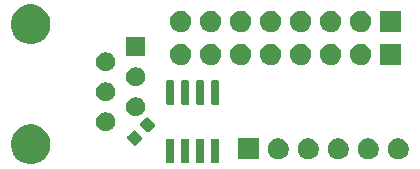
<source format=gbr>
G04 #@! TF.GenerationSoftware,KiCad,Pcbnew,(5.1.5)-3*
G04 #@! TF.CreationDate,2020-07-22T19:36:44+10:00*
G04 #@! TF.ProjectId,USART_BoSL_Bus,55534152-545f-4426-9f53-4c5f4275732e,rev?*
G04 #@! TF.SameCoordinates,Original*
G04 #@! TF.FileFunction,Soldermask,Bot*
G04 #@! TF.FilePolarity,Negative*
%FSLAX46Y46*%
G04 Gerber Fmt 4.6, Leading zero omitted, Abs format (unit mm)*
G04 Created by KiCad (PCBNEW (5.1.5)-3) date 2020-07-22 19:36:44*
%MOMM*%
%LPD*%
G04 APERTURE LIST*
%ADD10C,0.150000*%
G04 APERTURE END LIST*
D10*
G36*
X114372971Y-124716204D02*
G01*
X114534871Y-124748408D01*
X114839883Y-124874748D01*
X115114387Y-125058166D01*
X115347834Y-125291613D01*
X115531252Y-125566117D01*
X115657592Y-125871129D01*
X115722000Y-126194928D01*
X115722000Y-126525072D01*
X115657592Y-126848871D01*
X115531252Y-127153883D01*
X115347834Y-127428387D01*
X115114387Y-127661834D01*
X114839883Y-127845252D01*
X114534871Y-127971592D01*
X114211073Y-128036000D01*
X113880927Y-128036000D01*
X113557129Y-127971592D01*
X113252117Y-127845252D01*
X112977613Y-127661834D01*
X112744166Y-127428387D01*
X112560748Y-127153883D01*
X112434408Y-126848871D01*
X112370000Y-126525072D01*
X112370000Y-126194928D01*
X112434408Y-125871129D01*
X112560748Y-125566117D01*
X112744166Y-125291613D01*
X112977613Y-125058166D01*
X113252117Y-124874748D01*
X113557129Y-124748408D01*
X113719029Y-124716204D01*
X113880927Y-124684000D01*
X114211073Y-124684000D01*
X114372971Y-124716204D01*
G37*
G36*
X129926928Y-125911764D02*
G01*
X129948009Y-125918160D01*
X129967445Y-125928548D01*
X129984476Y-125942524D01*
X129998452Y-125959555D01*
X130008840Y-125978991D01*
X130015236Y-126000072D01*
X130018000Y-126028140D01*
X130018000Y-127841860D01*
X130015236Y-127869928D01*
X130008840Y-127891009D01*
X129998452Y-127910445D01*
X129984476Y-127927476D01*
X129967445Y-127941452D01*
X129948009Y-127951840D01*
X129926928Y-127958236D01*
X129898860Y-127961000D01*
X129435140Y-127961000D01*
X129407072Y-127958236D01*
X129385991Y-127951840D01*
X129366555Y-127941452D01*
X129349524Y-127927476D01*
X129335548Y-127910445D01*
X129325160Y-127891009D01*
X129318764Y-127869928D01*
X129316000Y-127841860D01*
X129316000Y-126028140D01*
X129318764Y-126000072D01*
X129325160Y-125978991D01*
X129335548Y-125959555D01*
X129349524Y-125942524D01*
X129366555Y-125928548D01*
X129385991Y-125918160D01*
X129407072Y-125911764D01*
X129435140Y-125909000D01*
X129898860Y-125909000D01*
X129926928Y-125911764D01*
G37*
G36*
X126116928Y-125911764D02*
G01*
X126138009Y-125918160D01*
X126157445Y-125928548D01*
X126174476Y-125942524D01*
X126188452Y-125959555D01*
X126198840Y-125978991D01*
X126205236Y-126000072D01*
X126208000Y-126028140D01*
X126208000Y-127841860D01*
X126205236Y-127869928D01*
X126198840Y-127891009D01*
X126188452Y-127910445D01*
X126174476Y-127927476D01*
X126157445Y-127941452D01*
X126138009Y-127951840D01*
X126116928Y-127958236D01*
X126088860Y-127961000D01*
X125625140Y-127961000D01*
X125597072Y-127958236D01*
X125575991Y-127951840D01*
X125556555Y-127941452D01*
X125539524Y-127927476D01*
X125525548Y-127910445D01*
X125515160Y-127891009D01*
X125508764Y-127869928D01*
X125506000Y-127841860D01*
X125506000Y-126028140D01*
X125508764Y-126000072D01*
X125515160Y-125978991D01*
X125525548Y-125959555D01*
X125539524Y-125942524D01*
X125556555Y-125928548D01*
X125575991Y-125918160D01*
X125597072Y-125911764D01*
X125625140Y-125909000D01*
X126088860Y-125909000D01*
X126116928Y-125911764D01*
G37*
G36*
X128656928Y-125911764D02*
G01*
X128678009Y-125918160D01*
X128697445Y-125928548D01*
X128714476Y-125942524D01*
X128728452Y-125959555D01*
X128738840Y-125978991D01*
X128745236Y-126000072D01*
X128748000Y-126028140D01*
X128748000Y-127841860D01*
X128745236Y-127869928D01*
X128738840Y-127891009D01*
X128728452Y-127910445D01*
X128714476Y-127927476D01*
X128697445Y-127941452D01*
X128678009Y-127951840D01*
X128656928Y-127958236D01*
X128628860Y-127961000D01*
X128165140Y-127961000D01*
X128137072Y-127958236D01*
X128115991Y-127951840D01*
X128096555Y-127941452D01*
X128079524Y-127927476D01*
X128065548Y-127910445D01*
X128055160Y-127891009D01*
X128048764Y-127869928D01*
X128046000Y-127841860D01*
X128046000Y-126028140D01*
X128048764Y-126000072D01*
X128055160Y-125978991D01*
X128065548Y-125959555D01*
X128079524Y-125942524D01*
X128096555Y-125928548D01*
X128115991Y-125918160D01*
X128137072Y-125911764D01*
X128165140Y-125909000D01*
X128628860Y-125909000D01*
X128656928Y-125911764D01*
G37*
G36*
X127386928Y-125911764D02*
G01*
X127408009Y-125918160D01*
X127427445Y-125928548D01*
X127444476Y-125942524D01*
X127458452Y-125959555D01*
X127468840Y-125978991D01*
X127475236Y-126000072D01*
X127478000Y-126028140D01*
X127478000Y-127841860D01*
X127475236Y-127869928D01*
X127468840Y-127891009D01*
X127458452Y-127910445D01*
X127444476Y-127927476D01*
X127427445Y-127941452D01*
X127408009Y-127951840D01*
X127386928Y-127958236D01*
X127358860Y-127961000D01*
X126895140Y-127961000D01*
X126867072Y-127958236D01*
X126845991Y-127951840D01*
X126826555Y-127941452D01*
X126809524Y-127927476D01*
X126795548Y-127910445D01*
X126785160Y-127891009D01*
X126778764Y-127869928D01*
X126776000Y-127841860D01*
X126776000Y-126028140D01*
X126778764Y-126000072D01*
X126785160Y-125978991D01*
X126795548Y-125959555D01*
X126809524Y-125942524D01*
X126826555Y-125928548D01*
X126845991Y-125918160D01*
X126867072Y-125911764D01*
X126895140Y-125909000D01*
X127358860Y-125909000D01*
X127386928Y-125911764D01*
G37*
G36*
X137648986Y-125848828D02*
G01*
X137803812Y-125879624D01*
X137967784Y-125947544D01*
X138115354Y-126046147D01*
X138240853Y-126171646D01*
X138339456Y-126319216D01*
X138407376Y-126483188D01*
X138437073Y-126632488D01*
X138442000Y-126657258D01*
X138442000Y-126834742D01*
X138437073Y-126859512D01*
X138407376Y-127008812D01*
X138339456Y-127172784D01*
X138240853Y-127320354D01*
X138115354Y-127445853D01*
X137967784Y-127544456D01*
X137803812Y-127612376D01*
X137654512Y-127642073D01*
X137629742Y-127647000D01*
X137452258Y-127647000D01*
X137427488Y-127642073D01*
X137278188Y-127612376D01*
X137114216Y-127544456D01*
X136966646Y-127445853D01*
X136841147Y-127320354D01*
X136742544Y-127172784D01*
X136674624Y-127008812D01*
X136644927Y-126859512D01*
X136640000Y-126834742D01*
X136640000Y-126657258D01*
X136644927Y-126632488D01*
X136674624Y-126483188D01*
X136742544Y-126319216D01*
X136841147Y-126171646D01*
X136966646Y-126046147D01*
X137114216Y-125947544D01*
X137278188Y-125879624D01*
X137433014Y-125848828D01*
X137452258Y-125845000D01*
X137629742Y-125845000D01*
X137648986Y-125848828D01*
G37*
G36*
X145268986Y-125848828D02*
G01*
X145423812Y-125879624D01*
X145587784Y-125947544D01*
X145735354Y-126046147D01*
X145860853Y-126171646D01*
X145959456Y-126319216D01*
X146027376Y-126483188D01*
X146057073Y-126632488D01*
X146062000Y-126657258D01*
X146062000Y-126834742D01*
X146057073Y-126859512D01*
X146027376Y-127008812D01*
X145959456Y-127172784D01*
X145860853Y-127320354D01*
X145735354Y-127445853D01*
X145587784Y-127544456D01*
X145423812Y-127612376D01*
X145274512Y-127642073D01*
X145249742Y-127647000D01*
X145072258Y-127647000D01*
X145047488Y-127642073D01*
X144898188Y-127612376D01*
X144734216Y-127544456D01*
X144586646Y-127445853D01*
X144461147Y-127320354D01*
X144362544Y-127172784D01*
X144294624Y-127008812D01*
X144264927Y-126859512D01*
X144260000Y-126834742D01*
X144260000Y-126657258D01*
X144264927Y-126632488D01*
X144294624Y-126483188D01*
X144362544Y-126319216D01*
X144461147Y-126171646D01*
X144586646Y-126046147D01*
X144734216Y-125947544D01*
X144898188Y-125879624D01*
X145053014Y-125848828D01*
X145072258Y-125845000D01*
X145249742Y-125845000D01*
X145268986Y-125848828D01*
G37*
G36*
X142728986Y-125848828D02*
G01*
X142883812Y-125879624D01*
X143047784Y-125947544D01*
X143195354Y-126046147D01*
X143320853Y-126171646D01*
X143419456Y-126319216D01*
X143487376Y-126483188D01*
X143517073Y-126632488D01*
X143522000Y-126657258D01*
X143522000Y-126834742D01*
X143517073Y-126859512D01*
X143487376Y-127008812D01*
X143419456Y-127172784D01*
X143320853Y-127320354D01*
X143195354Y-127445853D01*
X143047784Y-127544456D01*
X142883812Y-127612376D01*
X142734512Y-127642073D01*
X142709742Y-127647000D01*
X142532258Y-127647000D01*
X142507488Y-127642073D01*
X142358188Y-127612376D01*
X142194216Y-127544456D01*
X142046646Y-127445853D01*
X141921147Y-127320354D01*
X141822544Y-127172784D01*
X141754624Y-127008812D01*
X141724927Y-126859512D01*
X141720000Y-126834742D01*
X141720000Y-126657258D01*
X141724927Y-126632488D01*
X141754624Y-126483188D01*
X141822544Y-126319216D01*
X141921147Y-126171646D01*
X142046646Y-126046147D01*
X142194216Y-125947544D01*
X142358188Y-125879624D01*
X142513014Y-125848828D01*
X142532258Y-125845000D01*
X142709742Y-125845000D01*
X142728986Y-125848828D01*
G37*
G36*
X133362000Y-127647000D02*
G01*
X131560000Y-127647000D01*
X131560000Y-125845000D01*
X133362000Y-125845000D01*
X133362000Y-127647000D01*
G37*
G36*
X135108986Y-125848828D02*
G01*
X135263812Y-125879624D01*
X135427784Y-125947544D01*
X135575354Y-126046147D01*
X135700853Y-126171646D01*
X135799456Y-126319216D01*
X135867376Y-126483188D01*
X135897073Y-126632488D01*
X135902000Y-126657258D01*
X135902000Y-126834742D01*
X135897073Y-126859512D01*
X135867376Y-127008812D01*
X135799456Y-127172784D01*
X135700853Y-127320354D01*
X135575354Y-127445853D01*
X135427784Y-127544456D01*
X135263812Y-127612376D01*
X135114512Y-127642073D01*
X135089742Y-127647000D01*
X134912258Y-127647000D01*
X134887488Y-127642073D01*
X134738188Y-127612376D01*
X134574216Y-127544456D01*
X134426646Y-127445853D01*
X134301147Y-127320354D01*
X134202544Y-127172784D01*
X134134624Y-127008812D01*
X134104927Y-126859512D01*
X134100000Y-126834742D01*
X134100000Y-126657258D01*
X134104927Y-126632488D01*
X134134624Y-126483188D01*
X134202544Y-126319216D01*
X134301147Y-126171646D01*
X134426646Y-126046147D01*
X134574216Y-125947544D01*
X134738188Y-125879624D01*
X134893014Y-125848828D01*
X134912258Y-125845000D01*
X135089742Y-125845000D01*
X135108986Y-125848828D01*
G37*
G36*
X140188986Y-125848828D02*
G01*
X140343812Y-125879624D01*
X140507784Y-125947544D01*
X140655354Y-126046147D01*
X140780853Y-126171646D01*
X140879456Y-126319216D01*
X140947376Y-126483188D01*
X140977073Y-126632488D01*
X140982000Y-126657258D01*
X140982000Y-126834742D01*
X140977073Y-126859512D01*
X140947376Y-127008812D01*
X140879456Y-127172784D01*
X140780853Y-127320354D01*
X140655354Y-127445853D01*
X140507784Y-127544456D01*
X140343812Y-127612376D01*
X140194512Y-127642073D01*
X140169742Y-127647000D01*
X139992258Y-127647000D01*
X139967488Y-127642073D01*
X139818188Y-127612376D01*
X139654216Y-127544456D01*
X139506646Y-127445853D01*
X139381147Y-127320354D01*
X139282544Y-127172784D01*
X139214624Y-127008812D01*
X139184927Y-126859512D01*
X139180000Y-126834742D01*
X139180000Y-126657258D01*
X139184927Y-126632488D01*
X139214624Y-126483188D01*
X139282544Y-126319216D01*
X139381147Y-126171646D01*
X139506646Y-126046147D01*
X139654216Y-125947544D01*
X139818188Y-125879624D01*
X139973014Y-125848828D01*
X139992258Y-125845000D01*
X140169742Y-125845000D01*
X140188986Y-125848828D01*
G37*
G36*
X122847130Y-125189702D02*
G01*
X122881108Y-125200010D01*
X122912429Y-125216751D01*
X122944643Y-125243189D01*
X122984494Y-125283040D01*
X122984500Y-125283045D01*
X123382955Y-125681500D01*
X123382960Y-125681506D01*
X123422811Y-125721357D01*
X123449249Y-125753571D01*
X123465990Y-125784892D01*
X123476298Y-125818870D01*
X123479778Y-125854211D01*
X123476298Y-125889552D01*
X123465990Y-125923530D01*
X123449249Y-125954851D01*
X123422811Y-125987065D01*
X123382960Y-126026916D01*
X123382955Y-126026922D01*
X123037534Y-126372343D01*
X123037528Y-126372348D01*
X122997677Y-126412199D01*
X122965463Y-126438637D01*
X122934142Y-126455378D01*
X122900164Y-126465686D01*
X122864823Y-126469166D01*
X122829482Y-126465686D01*
X122795504Y-126455378D01*
X122764183Y-126438637D01*
X122731969Y-126412199D01*
X122692118Y-126372348D01*
X122692112Y-126372343D01*
X122293657Y-125973888D01*
X122293652Y-125973882D01*
X122253801Y-125934031D01*
X122227363Y-125901817D01*
X122210622Y-125870496D01*
X122200314Y-125836518D01*
X122196834Y-125801177D01*
X122200314Y-125765836D01*
X122210622Y-125731858D01*
X122227363Y-125700537D01*
X122253801Y-125668323D01*
X122293652Y-125628472D01*
X122293657Y-125628466D01*
X122639078Y-125283045D01*
X122639084Y-125283040D01*
X122678935Y-125243189D01*
X122711149Y-125216751D01*
X122742470Y-125200010D01*
X122776448Y-125189702D01*
X122811789Y-125186222D01*
X122847130Y-125189702D01*
G37*
G36*
X123960824Y-124076008D02*
G01*
X123994802Y-124086316D01*
X124026123Y-124103057D01*
X124058337Y-124129495D01*
X124098188Y-124169346D01*
X124098194Y-124169351D01*
X124496649Y-124567806D01*
X124496654Y-124567812D01*
X124536505Y-124607663D01*
X124562943Y-124639877D01*
X124579684Y-124671198D01*
X124589992Y-124705176D01*
X124593472Y-124740517D01*
X124589992Y-124775858D01*
X124579684Y-124809836D01*
X124562943Y-124841157D01*
X124536505Y-124873371D01*
X124496654Y-124913222D01*
X124496649Y-124913228D01*
X124151228Y-125258649D01*
X124151222Y-125258654D01*
X124111371Y-125298505D01*
X124079157Y-125324943D01*
X124047836Y-125341684D01*
X124013858Y-125351992D01*
X123978517Y-125355472D01*
X123943176Y-125351992D01*
X123909198Y-125341684D01*
X123877877Y-125324943D01*
X123845663Y-125298505D01*
X123805812Y-125258654D01*
X123805806Y-125258649D01*
X123407351Y-124860194D01*
X123407346Y-124860188D01*
X123367495Y-124820337D01*
X123341057Y-124788123D01*
X123324316Y-124756802D01*
X123314008Y-124722824D01*
X123310528Y-124687483D01*
X123314008Y-124652142D01*
X123324316Y-124618164D01*
X123341057Y-124586843D01*
X123367495Y-124554629D01*
X123407346Y-124514778D01*
X123407351Y-124514772D01*
X123752772Y-124169351D01*
X123752778Y-124169346D01*
X123792629Y-124129495D01*
X123824843Y-124103057D01*
X123856164Y-124086316D01*
X123890142Y-124076008D01*
X123925483Y-124072528D01*
X123960824Y-124076008D01*
G37*
G36*
X120632560Y-123680166D02*
G01*
X120780153Y-123741301D01*
X120912982Y-123830055D01*
X121025945Y-123943018D01*
X121064688Y-124001000D01*
X121114700Y-124075849D01*
X121175834Y-124223440D01*
X121207000Y-124380122D01*
X121207000Y-124539878D01*
X121204066Y-124554629D01*
X121175834Y-124696560D01*
X121114699Y-124844153D01*
X121025945Y-124976982D01*
X120912982Y-125089945D01*
X120780153Y-125178699D01*
X120780152Y-125178700D01*
X120780151Y-125178700D01*
X120632560Y-125239834D01*
X120475878Y-125271000D01*
X120316122Y-125271000D01*
X120159440Y-125239834D01*
X120011849Y-125178700D01*
X120011848Y-125178700D01*
X120011847Y-125178699D01*
X119879018Y-125089945D01*
X119766055Y-124976982D01*
X119677301Y-124844153D01*
X119616166Y-124696560D01*
X119587934Y-124554629D01*
X119585000Y-124539878D01*
X119585000Y-124380122D01*
X119616166Y-124223440D01*
X119677300Y-124075849D01*
X119727313Y-124001000D01*
X119766055Y-123943018D01*
X119879018Y-123830055D01*
X120011847Y-123741301D01*
X120159440Y-123680166D01*
X120316122Y-123649000D01*
X120475878Y-123649000D01*
X120632560Y-123680166D01*
G37*
G36*
X123172560Y-122410166D02*
G01*
X123320153Y-122471301D01*
X123452982Y-122560055D01*
X123565945Y-122673018D01*
X123654699Y-122805847D01*
X123715834Y-122953440D01*
X123747000Y-123110123D01*
X123747000Y-123269877D01*
X123715834Y-123426560D01*
X123654699Y-123574153D01*
X123565945Y-123706982D01*
X123452982Y-123819945D01*
X123320153Y-123908699D01*
X123320152Y-123908700D01*
X123320151Y-123908700D01*
X123172560Y-123969834D01*
X123015878Y-124001000D01*
X122856122Y-124001000D01*
X122699440Y-123969834D01*
X122551849Y-123908700D01*
X122551848Y-123908700D01*
X122551847Y-123908699D01*
X122419018Y-123819945D01*
X122306055Y-123706982D01*
X122217301Y-123574153D01*
X122156166Y-123426560D01*
X122125000Y-123269877D01*
X122125000Y-123110123D01*
X122156166Y-122953440D01*
X122217301Y-122805847D01*
X122306055Y-122673018D01*
X122419018Y-122560055D01*
X122551847Y-122471301D01*
X122699440Y-122410166D01*
X122856122Y-122379000D01*
X123015878Y-122379000D01*
X123172560Y-122410166D01*
G37*
G36*
X127386928Y-120961764D02*
G01*
X127408009Y-120968160D01*
X127427445Y-120978548D01*
X127444476Y-120992524D01*
X127458452Y-121009555D01*
X127468840Y-121028991D01*
X127475236Y-121050072D01*
X127478000Y-121078140D01*
X127478000Y-122891860D01*
X127475236Y-122919928D01*
X127468840Y-122941009D01*
X127458452Y-122960445D01*
X127444476Y-122977476D01*
X127427445Y-122991452D01*
X127408009Y-123001840D01*
X127386928Y-123008236D01*
X127358860Y-123011000D01*
X126895140Y-123011000D01*
X126867072Y-123008236D01*
X126845991Y-123001840D01*
X126826555Y-122991452D01*
X126809524Y-122977476D01*
X126795548Y-122960445D01*
X126785160Y-122941009D01*
X126778764Y-122919928D01*
X126776000Y-122891860D01*
X126776000Y-121078140D01*
X126778764Y-121050072D01*
X126785160Y-121028991D01*
X126795548Y-121009555D01*
X126809524Y-120992524D01*
X126826555Y-120978548D01*
X126845991Y-120968160D01*
X126867072Y-120961764D01*
X126895140Y-120959000D01*
X127358860Y-120959000D01*
X127386928Y-120961764D01*
G37*
G36*
X126116928Y-120961764D02*
G01*
X126138009Y-120968160D01*
X126157445Y-120978548D01*
X126174476Y-120992524D01*
X126188452Y-121009555D01*
X126198840Y-121028991D01*
X126205236Y-121050072D01*
X126208000Y-121078140D01*
X126208000Y-122891860D01*
X126205236Y-122919928D01*
X126198840Y-122941009D01*
X126188452Y-122960445D01*
X126174476Y-122977476D01*
X126157445Y-122991452D01*
X126138009Y-123001840D01*
X126116928Y-123008236D01*
X126088860Y-123011000D01*
X125625140Y-123011000D01*
X125597072Y-123008236D01*
X125575991Y-123001840D01*
X125556555Y-122991452D01*
X125539524Y-122977476D01*
X125525548Y-122960445D01*
X125515160Y-122941009D01*
X125508764Y-122919928D01*
X125506000Y-122891860D01*
X125506000Y-121078140D01*
X125508764Y-121050072D01*
X125515160Y-121028991D01*
X125525548Y-121009555D01*
X125539524Y-120992524D01*
X125556555Y-120978548D01*
X125575991Y-120968160D01*
X125597072Y-120961764D01*
X125625140Y-120959000D01*
X126088860Y-120959000D01*
X126116928Y-120961764D01*
G37*
G36*
X128656928Y-120961764D02*
G01*
X128678009Y-120968160D01*
X128697445Y-120978548D01*
X128714476Y-120992524D01*
X128728452Y-121009555D01*
X128738840Y-121028991D01*
X128745236Y-121050072D01*
X128748000Y-121078140D01*
X128748000Y-122891860D01*
X128745236Y-122919928D01*
X128738840Y-122941009D01*
X128728452Y-122960445D01*
X128714476Y-122977476D01*
X128697445Y-122991452D01*
X128678009Y-123001840D01*
X128656928Y-123008236D01*
X128628860Y-123011000D01*
X128165140Y-123011000D01*
X128137072Y-123008236D01*
X128115991Y-123001840D01*
X128096555Y-122991452D01*
X128079524Y-122977476D01*
X128065548Y-122960445D01*
X128055160Y-122941009D01*
X128048764Y-122919928D01*
X128046000Y-122891860D01*
X128046000Y-121078140D01*
X128048764Y-121050072D01*
X128055160Y-121028991D01*
X128065548Y-121009555D01*
X128079524Y-120992524D01*
X128096555Y-120978548D01*
X128115991Y-120968160D01*
X128137072Y-120961764D01*
X128165140Y-120959000D01*
X128628860Y-120959000D01*
X128656928Y-120961764D01*
G37*
G36*
X129926928Y-120961764D02*
G01*
X129948009Y-120968160D01*
X129967445Y-120978548D01*
X129984476Y-120992524D01*
X129998452Y-121009555D01*
X130008840Y-121028991D01*
X130015236Y-121050072D01*
X130018000Y-121078140D01*
X130018000Y-122891860D01*
X130015236Y-122919928D01*
X130008840Y-122941009D01*
X129998452Y-122960445D01*
X129984476Y-122977476D01*
X129967445Y-122991452D01*
X129948009Y-123001840D01*
X129926928Y-123008236D01*
X129898860Y-123011000D01*
X129435140Y-123011000D01*
X129407072Y-123008236D01*
X129385991Y-123001840D01*
X129366555Y-122991452D01*
X129349524Y-122977476D01*
X129335548Y-122960445D01*
X129325160Y-122941009D01*
X129318764Y-122919928D01*
X129316000Y-122891860D01*
X129316000Y-121078140D01*
X129318764Y-121050072D01*
X129325160Y-121028991D01*
X129335548Y-121009555D01*
X129349524Y-120992524D01*
X129366555Y-120978548D01*
X129385991Y-120968160D01*
X129407072Y-120961764D01*
X129435140Y-120959000D01*
X129898860Y-120959000D01*
X129926928Y-120961764D01*
G37*
G36*
X120604075Y-121134500D02*
G01*
X120632560Y-121140166D01*
X120780153Y-121201301D01*
X120912982Y-121290055D01*
X121025945Y-121403018D01*
X121114699Y-121535847D01*
X121175834Y-121683440D01*
X121207000Y-121840123D01*
X121207000Y-121999877D01*
X121175834Y-122156560D01*
X121114699Y-122304153D01*
X121025945Y-122436982D01*
X120912982Y-122549945D01*
X120780153Y-122638699D01*
X120780152Y-122638700D01*
X120780151Y-122638700D01*
X120632560Y-122699834D01*
X120475878Y-122731000D01*
X120316122Y-122731000D01*
X120159440Y-122699834D01*
X120011849Y-122638700D01*
X120011848Y-122638700D01*
X120011847Y-122638699D01*
X119879018Y-122549945D01*
X119766055Y-122436982D01*
X119677301Y-122304153D01*
X119616166Y-122156560D01*
X119585000Y-121999877D01*
X119585000Y-121840123D01*
X119616166Y-121683440D01*
X119677301Y-121535847D01*
X119766055Y-121403018D01*
X119879018Y-121290055D01*
X120011847Y-121201301D01*
X120159440Y-121140166D01*
X120187925Y-121134500D01*
X120316122Y-121109000D01*
X120475878Y-121109000D01*
X120604075Y-121134500D01*
G37*
G36*
X123172560Y-119870166D02*
G01*
X123320153Y-119931301D01*
X123452982Y-120020055D01*
X123565945Y-120133018D01*
X123604688Y-120191000D01*
X123654700Y-120265849D01*
X123715834Y-120413440D01*
X123747000Y-120570122D01*
X123747000Y-120729878D01*
X123715834Y-120886560D01*
X123684684Y-120961764D01*
X123654699Y-121034153D01*
X123565945Y-121166982D01*
X123452982Y-121279945D01*
X123320153Y-121368699D01*
X123320152Y-121368700D01*
X123320151Y-121368700D01*
X123172560Y-121429834D01*
X123015878Y-121461000D01*
X122856122Y-121461000D01*
X122699440Y-121429834D01*
X122551849Y-121368700D01*
X122551848Y-121368700D01*
X122551847Y-121368699D01*
X122419018Y-121279945D01*
X122306055Y-121166982D01*
X122217301Y-121034153D01*
X122187317Y-120961764D01*
X122156166Y-120886560D01*
X122125000Y-120729878D01*
X122125000Y-120570122D01*
X122156166Y-120413440D01*
X122217300Y-120265849D01*
X122267313Y-120191000D01*
X122306055Y-120133018D01*
X122419018Y-120020055D01*
X122551847Y-119931301D01*
X122699440Y-119870166D01*
X122856122Y-119839000D01*
X123015878Y-119839000D01*
X123172560Y-119870166D01*
G37*
G36*
X120632560Y-118600166D02*
G01*
X120780153Y-118661301D01*
X120912982Y-118750055D01*
X121025945Y-118863018D01*
X121114699Y-118995847D01*
X121175834Y-119143440D01*
X121207000Y-119300123D01*
X121207000Y-119459877D01*
X121175834Y-119616560D01*
X121114699Y-119764153D01*
X121025945Y-119896982D01*
X120912982Y-120009945D01*
X120780153Y-120098699D01*
X120780152Y-120098700D01*
X120780151Y-120098700D01*
X120632560Y-120159834D01*
X120475878Y-120191000D01*
X120316122Y-120191000D01*
X120159440Y-120159834D01*
X120011849Y-120098700D01*
X120011848Y-120098700D01*
X120011847Y-120098699D01*
X119879018Y-120009945D01*
X119766055Y-119896982D01*
X119677301Y-119764153D01*
X119616166Y-119616560D01*
X119585000Y-119459877D01*
X119585000Y-119300123D01*
X119616166Y-119143440D01*
X119677301Y-118995847D01*
X119766055Y-118863018D01*
X119879018Y-118750055D01*
X120011847Y-118661301D01*
X120159440Y-118600166D01*
X120316122Y-118569000D01*
X120475878Y-118569000D01*
X120632560Y-118600166D01*
G37*
G36*
X139559512Y-117848927D02*
G01*
X139708812Y-117878624D01*
X139872784Y-117946544D01*
X140020354Y-118045147D01*
X140145853Y-118170646D01*
X140244456Y-118318216D01*
X140312376Y-118482188D01*
X140347000Y-118656259D01*
X140347000Y-118833741D01*
X140312376Y-119007812D01*
X140244456Y-119171784D01*
X140145853Y-119319354D01*
X140020354Y-119444853D01*
X139872784Y-119543456D01*
X139708812Y-119611376D01*
X139559512Y-119641073D01*
X139534742Y-119646000D01*
X139357258Y-119646000D01*
X139332488Y-119641073D01*
X139183188Y-119611376D01*
X139019216Y-119543456D01*
X138871646Y-119444853D01*
X138746147Y-119319354D01*
X138647544Y-119171784D01*
X138579624Y-119007812D01*
X138545000Y-118833741D01*
X138545000Y-118656259D01*
X138579624Y-118482188D01*
X138647544Y-118318216D01*
X138746147Y-118170646D01*
X138871646Y-118045147D01*
X139019216Y-117946544D01*
X139183188Y-117878624D01*
X139332488Y-117848927D01*
X139357258Y-117844000D01*
X139534742Y-117844000D01*
X139559512Y-117848927D01*
G37*
G36*
X145427000Y-119646000D02*
G01*
X143625000Y-119646000D01*
X143625000Y-117844000D01*
X145427000Y-117844000D01*
X145427000Y-119646000D01*
G37*
G36*
X142099512Y-117848927D02*
G01*
X142248812Y-117878624D01*
X142412784Y-117946544D01*
X142560354Y-118045147D01*
X142685853Y-118170646D01*
X142784456Y-118318216D01*
X142852376Y-118482188D01*
X142887000Y-118656259D01*
X142887000Y-118833741D01*
X142852376Y-119007812D01*
X142784456Y-119171784D01*
X142685853Y-119319354D01*
X142560354Y-119444853D01*
X142412784Y-119543456D01*
X142248812Y-119611376D01*
X142099512Y-119641073D01*
X142074742Y-119646000D01*
X141897258Y-119646000D01*
X141872488Y-119641073D01*
X141723188Y-119611376D01*
X141559216Y-119543456D01*
X141411646Y-119444853D01*
X141286147Y-119319354D01*
X141187544Y-119171784D01*
X141119624Y-119007812D01*
X141085000Y-118833741D01*
X141085000Y-118656259D01*
X141119624Y-118482188D01*
X141187544Y-118318216D01*
X141286147Y-118170646D01*
X141411646Y-118045147D01*
X141559216Y-117946544D01*
X141723188Y-117878624D01*
X141872488Y-117848927D01*
X141897258Y-117844000D01*
X142074742Y-117844000D01*
X142099512Y-117848927D01*
G37*
G36*
X137019512Y-117848927D02*
G01*
X137168812Y-117878624D01*
X137332784Y-117946544D01*
X137480354Y-118045147D01*
X137605853Y-118170646D01*
X137704456Y-118318216D01*
X137772376Y-118482188D01*
X137807000Y-118656259D01*
X137807000Y-118833741D01*
X137772376Y-119007812D01*
X137704456Y-119171784D01*
X137605853Y-119319354D01*
X137480354Y-119444853D01*
X137332784Y-119543456D01*
X137168812Y-119611376D01*
X137019512Y-119641073D01*
X136994742Y-119646000D01*
X136817258Y-119646000D01*
X136792488Y-119641073D01*
X136643188Y-119611376D01*
X136479216Y-119543456D01*
X136331646Y-119444853D01*
X136206147Y-119319354D01*
X136107544Y-119171784D01*
X136039624Y-119007812D01*
X136005000Y-118833741D01*
X136005000Y-118656259D01*
X136039624Y-118482188D01*
X136107544Y-118318216D01*
X136206147Y-118170646D01*
X136331646Y-118045147D01*
X136479216Y-117946544D01*
X136643188Y-117878624D01*
X136792488Y-117848927D01*
X136817258Y-117844000D01*
X136994742Y-117844000D01*
X137019512Y-117848927D01*
G37*
G36*
X134479512Y-117848927D02*
G01*
X134628812Y-117878624D01*
X134792784Y-117946544D01*
X134940354Y-118045147D01*
X135065853Y-118170646D01*
X135164456Y-118318216D01*
X135232376Y-118482188D01*
X135267000Y-118656259D01*
X135267000Y-118833741D01*
X135232376Y-119007812D01*
X135164456Y-119171784D01*
X135065853Y-119319354D01*
X134940354Y-119444853D01*
X134792784Y-119543456D01*
X134628812Y-119611376D01*
X134479512Y-119641073D01*
X134454742Y-119646000D01*
X134277258Y-119646000D01*
X134252488Y-119641073D01*
X134103188Y-119611376D01*
X133939216Y-119543456D01*
X133791646Y-119444853D01*
X133666147Y-119319354D01*
X133567544Y-119171784D01*
X133499624Y-119007812D01*
X133465000Y-118833741D01*
X133465000Y-118656259D01*
X133499624Y-118482188D01*
X133567544Y-118318216D01*
X133666147Y-118170646D01*
X133791646Y-118045147D01*
X133939216Y-117946544D01*
X134103188Y-117878624D01*
X134252488Y-117848927D01*
X134277258Y-117844000D01*
X134454742Y-117844000D01*
X134479512Y-117848927D01*
G37*
G36*
X131939512Y-117848927D02*
G01*
X132088812Y-117878624D01*
X132252784Y-117946544D01*
X132400354Y-118045147D01*
X132525853Y-118170646D01*
X132624456Y-118318216D01*
X132692376Y-118482188D01*
X132727000Y-118656259D01*
X132727000Y-118833741D01*
X132692376Y-119007812D01*
X132624456Y-119171784D01*
X132525853Y-119319354D01*
X132400354Y-119444853D01*
X132252784Y-119543456D01*
X132088812Y-119611376D01*
X131939512Y-119641073D01*
X131914742Y-119646000D01*
X131737258Y-119646000D01*
X131712488Y-119641073D01*
X131563188Y-119611376D01*
X131399216Y-119543456D01*
X131251646Y-119444853D01*
X131126147Y-119319354D01*
X131027544Y-119171784D01*
X130959624Y-119007812D01*
X130925000Y-118833741D01*
X130925000Y-118656259D01*
X130959624Y-118482188D01*
X131027544Y-118318216D01*
X131126147Y-118170646D01*
X131251646Y-118045147D01*
X131399216Y-117946544D01*
X131563188Y-117878624D01*
X131712488Y-117848927D01*
X131737258Y-117844000D01*
X131914742Y-117844000D01*
X131939512Y-117848927D01*
G37*
G36*
X129399512Y-117848927D02*
G01*
X129548812Y-117878624D01*
X129712784Y-117946544D01*
X129860354Y-118045147D01*
X129985853Y-118170646D01*
X130084456Y-118318216D01*
X130152376Y-118482188D01*
X130187000Y-118656259D01*
X130187000Y-118833741D01*
X130152376Y-119007812D01*
X130084456Y-119171784D01*
X129985853Y-119319354D01*
X129860354Y-119444853D01*
X129712784Y-119543456D01*
X129548812Y-119611376D01*
X129399512Y-119641073D01*
X129374742Y-119646000D01*
X129197258Y-119646000D01*
X129172488Y-119641073D01*
X129023188Y-119611376D01*
X128859216Y-119543456D01*
X128711646Y-119444853D01*
X128586147Y-119319354D01*
X128487544Y-119171784D01*
X128419624Y-119007812D01*
X128385000Y-118833741D01*
X128385000Y-118656259D01*
X128419624Y-118482188D01*
X128487544Y-118318216D01*
X128586147Y-118170646D01*
X128711646Y-118045147D01*
X128859216Y-117946544D01*
X129023188Y-117878624D01*
X129172488Y-117848927D01*
X129197258Y-117844000D01*
X129374742Y-117844000D01*
X129399512Y-117848927D01*
G37*
G36*
X126859512Y-117848927D02*
G01*
X127008812Y-117878624D01*
X127172784Y-117946544D01*
X127320354Y-118045147D01*
X127445853Y-118170646D01*
X127544456Y-118318216D01*
X127612376Y-118482188D01*
X127647000Y-118656259D01*
X127647000Y-118833741D01*
X127612376Y-119007812D01*
X127544456Y-119171784D01*
X127445853Y-119319354D01*
X127320354Y-119444853D01*
X127172784Y-119543456D01*
X127008812Y-119611376D01*
X126859512Y-119641073D01*
X126834742Y-119646000D01*
X126657258Y-119646000D01*
X126632488Y-119641073D01*
X126483188Y-119611376D01*
X126319216Y-119543456D01*
X126171646Y-119444853D01*
X126046147Y-119319354D01*
X125947544Y-119171784D01*
X125879624Y-119007812D01*
X125845000Y-118833741D01*
X125845000Y-118656259D01*
X125879624Y-118482188D01*
X125947544Y-118318216D01*
X126046147Y-118170646D01*
X126171646Y-118045147D01*
X126319216Y-117946544D01*
X126483188Y-117878624D01*
X126632488Y-117848927D01*
X126657258Y-117844000D01*
X126834742Y-117844000D01*
X126859512Y-117848927D01*
G37*
G36*
X123747000Y-118921000D02*
G01*
X122125000Y-118921000D01*
X122125000Y-117299000D01*
X123747000Y-117299000D01*
X123747000Y-118921000D01*
G37*
G36*
X114534871Y-114588408D02*
G01*
X114839883Y-114714748D01*
X115114387Y-114898166D01*
X115347834Y-115131613D01*
X115531252Y-115406117D01*
X115648090Y-115688189D01*
X115657592Y-115711130D01*
X115722000Y-116034927D01*
X115722000Y-116365073D01*
X115690118Y-116525353D01*
X115657592Y-116688871D01*
X115531252Y-116993883D01*
X115347834Y-117268387D01*
X115114387Y-117501834D01*
X114839883Y-117685252D01*
X114534871Y-117811592D01*
X114211073Y-117876000D01*
X113880927Y-117876000D01*
X113557129Y-117811592D01*
X113252117Y-117685252D01*
X112977613Y-117501834D01*
X112744166Y-117268387D01*
X112560748Y-116993883D01*
X112434408Y-116688871D01*
X112401882Y-116525353D01*
X112370000Y-116365073D01*
X112370000Y-116034927D01*
X112434408Y-115711130D01*
X112443910Y-115688189D01*
X112560748Y-115406117D01*
X112744166Y-115131613D01*
X112977613Y-114898166D01*
X113252117Y-114714748D01*
X113557129Y-114588408D01*
X113880927Y-114524000D01*
X114211073Y-114524000D01*
X114534871Y-114588408D01*
G37*
G36*
X129399512Y-115054927D02*
G01*
X129548812Y-115084624D01*
X129712784Y-115152544D01*
X129860354Y-115251147D01*
X129985853Y-115376646D01*
X130084456Y-115524216D01*
X130152376Y-115688188D01*
X130187000Y-115862259D01*
X130187000Y-116039741D01*
X130152376Y-116213812D01*
X130084456Y-116377784D01*
X129985853Y-116525354D01*
X129860354Y-116650853D01*
X129712784Y-116749456D01*
X129548812Y-116817376D01*
X129399512Y-116847073D01*
X129374742Y-116852000D01*
X129197258Y-116852000D01*
X129172488Y-116847073D01*
X129023188Y-116817376D01*
X128859216Y-116749456D01*
X128711646Y-116650853D01*
X128586147Y-116525354D01*
X128487544Y-116377784D01*
X128419624Y-116213812D01*
X128385000Y-116039741D01*
X128385000Y-115862259D01*
X128419624Y-115688188D01*
X128487544Y-115524216D01*
X128586147Y-115376646D01*
X128711646Y-115251147D01*
X128859216Y-115152544D01*
X129023188Y-115084624D01*
X129172488Y-115054927D01*
X129197258Y-115050000D01*
X129374742Y-115050000D01*
X129399512Y-115054927D01*
G37*
G36*
X131939512Y-115054927D02*
G01*
X132088812Y-115084624D01*
X132252784Y-115152544D01*
X132400354Y-115251147D01*
X132525853Y-115376646D01*
X132624456Y-115524216D01*
X132692376Y-115688188D01*
X132727000Y-115862259D01*
X132727000Y-116039741D01*
X132692376Y-116213812D01*
X132624456Y-116377784D01*
X132525853Y-116525354D01*
X132400354Y-116650853D01*
X132252784Y-116749456D01*
X132088812Y-116817376D01*
X131939512Y-116847073D01*
X131914742Y-116852000D01*
X131737258Y-116852000D01*
X131712488Y-116847073D01*
X131563188Y-116817376D01*
X131399216Y-116749456D01*
X131251646Y-116650853D01*
X131126147Y-116525354D01*
X131027544Y-116377784D01*
X130959624Y-116213812D01*
X130925000Y-116039741D01*
X130925000Y-115862259D01*
X130959624Y-115688188D01*
X131027544Y-115524216D01*
X131126147Y-115376646D01*
X131251646Y-115251147D01*
X131399216Y-115152544D01*
X131563188Y-115084624D01*
X131712488Y-115054927D01*
X131737258Y-115050000D01*
X131914742Y-115050000D01*
X131939512Y-115054927D01*
G37*
G36*
X134479512Y-115054927D02*
G01*
X134628812Y-115084624D01*
X134792784Y-115152544D01*
X134940354Y-115251147D01*
X135065853Y-115376646D01*
X135164456Y-115524216D01*
X135232376Y-115688188D01*
X135267000Y-115862259D01*
X135267000Y-116039741D01*
X135232376Y-116213812D01*
X135164456Y-116377784D01*
X135065853Y-116525354D01*
X134940354Y-116650853D01*
X134792784Y-116749456D01*
X134628812Y-116817376D01*
X134479512Y-116847073D01*
X134454742Y-116852000D01*
X134277258Y-116852000D01*
X134252488Y-116847073D01*
X134103188Y-116817376D01*
X133939216Y-116749456D01*
X133791646Y-116650853D01*
X133666147Y-116525354D01*
X133567544Y-116377784D01*
X133499624Y-116213812D01*
X133465000Y-116039741D01*
X133465000Y-115862259D01*
X133499624Y-115688188D01*
X133567544Y-115524216D01*
X133666147Y-115376646D01*
X133791646Y-115251147D01*
X133939216Y-115152544D01*
X134103188Y-115084624D01*
X134252488Y-115054927D01*
X134277258Y-115050000D01*
X134454742Y-115050000D01*
X134479512Y-115054927D01*
G37*
G36*
X137019512Y-115054927D02*
G01*
X137168812Y-115084624D01*
X137332784Y-115152544D01*
X137480354Y-115251147D01*
X137605853Y-115376646D01*
X137704456Y-115524216D01*
X137772376Y-115688188D01*
X137807000Y-115862259D01*
X137807000Y-116039741D01*
X137772376Y-116213812D01*
X137704456Y-116377784D01*
X137605853Y-116525354D01*
X137480354Y-116650853D01*
X137332784Y-116749456D01*
X137168812Y-116817376D01*
X137019512Y-116847073D01*
X136994742Y-116852000D01*
X136817258Y-116852000D01*
X136792488Y-116847073D01*
X136643188Y-116817376D01*
X136479216Y-116749456D01*
X136331646Y-116650853D01*
X136206147Y-116525354D01*
X136107544Y-116377784D01*
X136039624Y-116213812D01*
X136005000Y-116039741D01*
X136005000Y-115862259D01*
X136039624Y-115688188D01*
X136107544Y-115524216D01*
X136206147Y-115376646D01*
X136331646Y-115251147D01*
X136479216Y-115152544D01*
X136643188Y-115084624D01*
X136792488Y-115054927D01*
X136817258Y-115050000D01*
X136994742Y-115050000D01*
X137019512Y-115054927D01*
G37*
G36*
X139559512Y-115054927D02*
G01*
X139708812Y-115084624D01*
X139872784Y-115152544D01*
X140020354Y-115251147D01*
X140145853Y-115376646D01*
X140244456Y-115524216D01*
X140312376Y-115688188D01*
X140347000Y-115862259D01*
X140347000Y-116039741D01*
X140312376Y-116213812D01*
X140244456Y-116377784D01*
X140145853Y-116525354D01*
X140020354Y-116650853D01*
X139872784Y-116749456D01*
X139708812Y-116817376D01*
X139559512Y-116847073D01*
X139534742Y-116852000D01*
X139357258Y-116852000D01*
X139332488Y-116847073D01*
X139183188Y-116817376D01*
X139019216Y-116749456D01*
X138871646Y-116650853D01*
X138746147Y-116525354D01*
X138647544Y-116377784D01*
X138579624Y-116213812D01*
X138545000Y-116039741D01*
X138545000Y-115862259D01*
X138579624Y-115688188D01*
X138647544Y-115524216D01*
X138746147Y-115376646D01*
X138871646Y-115251147D01*
X139019216Y-115152544D01*
X139183188Y-115084624D01*
X139332488Y-115054927D01*
X139357258Y-115050000D01*
X139534742Y-115050000D01*
X139559512Y-115054927D01*
G37*
G36*
X142099512Y-115054927D02*
G01*
X142248812Y-115084624D01*
X142412784Y-115152544D01*
X142560354Y-115251147D01*
X142685853Y-115376646D01*
X142784456Y-115524216D01*
X142852376Y-115688188D01*
X142887000Y-115862259D01*
X142887000Y-116039741D01*
X142852376Y-116213812D01*
X142784456Y-116377784D01*
X142685853Y-116525354D01*
X142560354Y-116650853D01*
X142412784Y-116749456D01*
X142248812Y-116817376D01*
X142099512Y-116847073D01*
X142074742Y-116852000D01*
X141897258Y-116852000D01*
X141872488Y-116847073D01*
X141723188Y-116817376D01*
X141559216Y-116749456D01*
X141411646Y-116650853D01*
X141286147Y-116525354D01*
X141187544Y-116377784D01*
X141119624Y-116213812D01*
X141085000Y-116039741D01*
X141085000Y-115862259D01*
X141119624Y-115688188D01*
X141187544Y-115524216D01*
X141286147Y-115376646D01*
X141411646Y-115251147D01*
X141559216Y-115152544D01*
X141723188Y-115084624D01*
X141872488Y-115054927D01*
X141897258Y-115050000D01*
X142074742Y-115050000D01*
X142099512Y-115054927D01*
G37*
G36*
X145427000Y-116852000D02*
G01*
X143625000Y-116852000D01*
X143625000Y-115050000D01*
X145427000Y-115050000D01*
X145427000Y-116852000D01*
G37*
G36*
X126859512Y-115054927D02*
G01*
X127008812Y-115084624D01*
X127172784Y-115152544D01*
X127320354Y-115251147D01*
X127445853Y-115376646D01*
X127544456Y-115524216D01*
X127612376Y-115688188D01*
X127647000Y-115862259D01*
X127647000Y-116039741D01*
X127612376Y-116213812D01*
X127544456Y-116377784D01*
X127445853Y-116525354D01*
X127320354Y-116650853D01*
X127172784Y-116749456D01*
X127008812Y-116817376D01*
X126859512Y-116847073D01*
X126834742Y-116852000D01*
X126657258Y-116852000D01*
X126632488Y-116847073D01*
X126483188Y-116817376D01*
X126319216Y-116749456D01*
X126171646Y-116650853D01*
X126046147Y-116525354D01*
X125947544Y-116377784D01*
X125879624Y-116213812D01*
X125845000Y-116039741D01*
X125845000Y-115862259D01*
X125879624Y-115688188D01*
X125947544Y-115524216D01*
X126046147Y-115376646D01*
X126171646Y-115251147D01*
X126319216Y-115152544D01*
X126483188Y-115084624D01*
X126632488Y-115054927D01*
X126657258Y-115050000D01*
X126834742Y-115050000D01*
X126859512Y-115054927D01*
G37*
M02*

</source>
